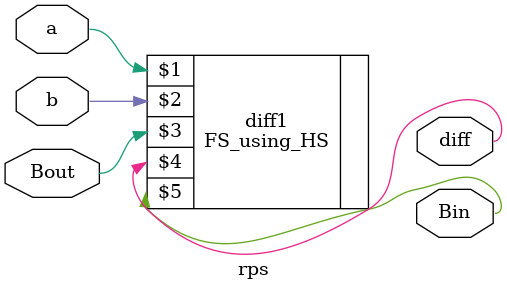
<source format=v>

module rps(input a,b,Bout ,output diff,Bin);
 
  FS_using_HS diff1(a,b,Bout,diff,Bin);

endmodule
</source>
